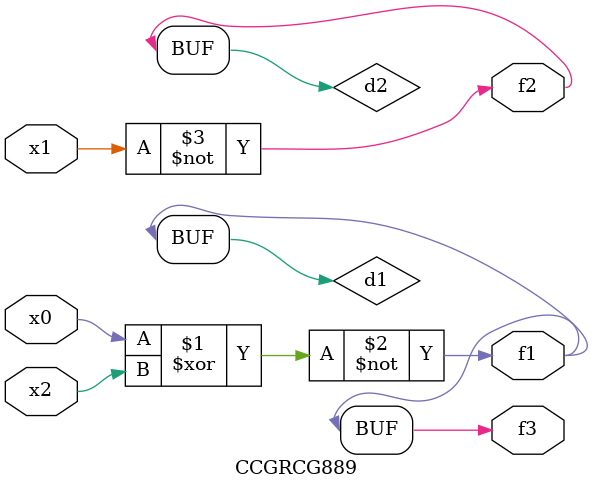
<source format=v>
module CCGRCG889(
	input x0, x1, x2,
	output f1, f2, f3
);

	wire d1, d2, d3;

	xnor (d1, x0, x2);
	nand (d2, x1);
	nor (d3, x1, x2);
	assign f1 = d1;
	assign f2 = d2;
	assign f3 = d1;
endmodule

</source>
